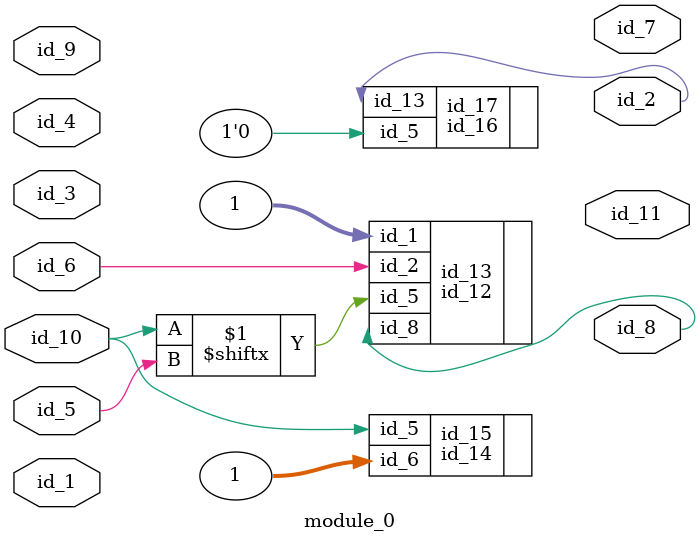
<source format=v>
module module_0 (
    id_1,
    id_2,
    id_3,
    id_4,
    id_5,
    id_6,
    id_7,
    id_8,
    id_9,
    id_10,
    id_11
);
  output id_11;
  input id_10;
  input id_9;
  output id_8;
  output id_7;
  input id_6;
  input id_5;
  input id_4;
  input id_3;
  output id_2;
  input id_1;
  id_12 id_13 (
      .id_5(id_10[id_5]),
      .id_1(1),
      .id_2(id_6),
      .id_8(id_8)
  );
  id_14 id_15 (
      .id_6(1),
      .id_5(id_10)
  );
  id_16 id_17 (
      .id_5 (1'b0),
      .id_13(id_2)
  );
endmodule

</source>
